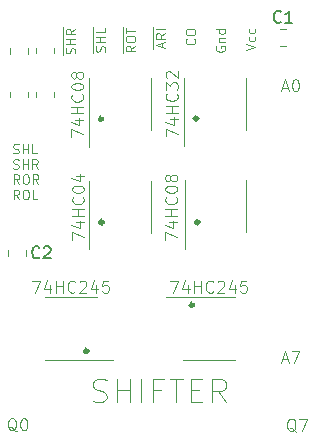
<source format=gbr>
%TF.GenerationSoftware,KiCad,Pcbnew,(6.0.0-0)*%
%TF.CreationDate,2022-01-16T21:32:14-05:00*%
%TF.ProjectId,Shifter-v6,53686966-7465-4722-9d76-362e6b696361,rev?*%
%TF.SameCoordinates,Original*%
%TF.FileFunction,Legend,Top*%
%TF.FilePolarity,Positive*%
%FSLAX46Y46*%
G04 Gerber Fmt 4.6, Leading zero omitted, Abs format (unit mm)*
G04 Created by KiCad (PCBNEW (6.0.0-0)) date 2022-01-16 21:32:14*
%MOMM*%
%LPD*%
G01*
G04 APERTURE LIST*
%ADD10C,0.100000*%
%ADD11C,0.300000*%
%ADD12C,0.150000*%
%ADD13C,0.120000*%
G04 APERTURE END LIST*
D10*
X161217380Y-78091809D02*
X161331666Y-78129904D01*
X161522142Y-78129904D01*
X161598333Y-78091809D01*
X161636428Y-78053714D01*
X161674523Y-77977523D01*
X161674523Y-77901333D01*
X161636428Y-77825142D01*
X161598333Y-77787047D01*
X161522142Y-77748952D01*
X161369761Y-77710857D01*
X161293571Y-77672761D01*
X161255476Y-77634666D01*
X161217380Y-77558476D01*
X161217380Y-77482285D01*
X161255476Y-77406095D01*
X161293571Y-77368000D01*
X161369761Y-77329904D01*
X161560238Y-77329904D01*
X161674523Y-77368000D01*
X162017380Y-78129904D02*
X162017380Y-77329904D01*
X162017380Y-77710857D02*
X162474523Y-77710857D01*
X162474523Y-78129904D02*
X162474523Y-77329904D01*
X163236428Y-78129904D02*
X162855476Y-78129904D01*
X162855476Y-77329904D01*
X161217380Y-79379809D02*
X161331666Y-79417904D01*
X161522142Y-79417904D01*
X161598333Y-79379809D01*
X161636428Y-79341714D01*
X161674523Y-79265523D01*
X161674523Y-79189333D01*
X161636428Y-79113142D01*
X161598333Y-79075047D01*
X161522142Y-79036952D01*
X161369761Y-78998857D01*
X161293571Y-78960761D01*
X161255476Y-78922666D01*
X161217380Y-78846476D01*
X161217380Y-78770285D01*
X161255476Y-78694095D01*
X161293571Y-78656000D01*
X161369761Y-78617904D01*
X161560238Y-78617904D01*
X161674523Y-78656000D01*
X162017380Y-79417904D02*
X162017380Y-78617904D01*
X162017380Y-78998857D02*
X162474523Y-78998857D01*
X162474523Y-79417904D02*
X162474523Y-78617904D01*
X163312619Y-79417904D02*
X163045952Y-79036952D01*
X162855476Y-79417904D02*
X162855476Y-78617904D01*
X163160238Y-78617904D01*
X163236428Y-78656000D01*
X163274523Y-78694095D01*
X163312619Y-78770285D01*
X163312619Y-78884571D01*
X163274523Y-78960761D01*
X163236428Y-78998857D01*
X163160238Y-79036952D01*
X162855476Y-79036952D01*
X161712619Y-80705904D02*
X161445952Y-80324952D01*
X161255476Y-80705904D02*
X161255476Y-79905904D01*
X161560238Y-79905904D01*
X161636428Y-79944000D01*
X161674523Y-79982095D01*
X161712619Y-80058285D01*
X161712619Y-80172571D01*
X161674523Y-80248761D01*
X161636428Y-80286857D01*
X161560238Y-80324952D01*
X161255476Y-80324952D01*
X162207857Y-79905904D02*
X162360238Y-79905904D01*
X162436428Y-79944000D01*
X162512619Y-80020190D01*
X162550714Y-80172571D01*
X162550714Y-80439238D01*
X162512619Y-80591619D01*
X162436428Y-80667809D01*
X162360238Y-80705904D01*
X162207857Y-80705904D01*
X162131666Y-80667809D01*
X162055476Y-80591619D01*
X162017380Y-80439238D01*
X162017380Y-80172571D01*
X162055476Y-80020190D01*
X162131666Y-79944000D01*
X162207857Y-79905904D01*
X163350714Y-80705904D02*
X163084047Y-80324952D01*
X162893571Y-80705904D02*
X162893571Y-79905904D01*
X163198333Y-79905904D01*
X163274523Y-79944000D01*
X163312619Y-79982095D01*
X163350714Y-80058285D01*
X163350714Y-80172571D01*
X163312619Y-80248761D01*
X163274523Y-80286857D01*
X163198333Y-80324952D01*
X162893571Y-80324952D01*
X161712619Y-81993904D02*
X161445952Y-81612952D01*
X161255476Y-81993904D02*
X161255476Y-81193904D01*
X161560238Y-81193904D01*
X161636428Y-81232000D01*
X161674523Y-81270095D01*
X161712619Y-81346285D01*
X161712619Y-81460571D01*
X161674523Y-81536761D01*
X161636428Y-81574857D01*
X161560238Y-81612952D01*
X161255476Y-81612952D01*
X162207857Y-81193904D02*
X162360238Y-81193904D01*
X162436428Y-81232000D01*
X162512619Y-81308190D01*
X162550714Y-81460571D01*
X162550714Y-81727238D01*
X162512619Y-81879619D01*
X162436428Y-81955809D01*
X162360238Y-81993904D01*
X162207857Y-81993904D01*
X162131666Y-81955809D01*
X162055476Y-81879619D01*
X162017380Y-81727238D01*
X162017380Y-81460571D01*
X162055476Y-81308190D01*
X162131666Y-81232000D01*
X162207857Y-81193904D01*
X163274523Y-81993904D02*
X162893571Y-81993904D01*
X162893571Y-81193904D01*
D11*
X168850000Y-83950000D02*
G75*
G03*
X168850000Y-83950000I-150000J0D01*
G01*
D10*
X180901904Y-69395952D02*
X181701904Y-69129285D01*
X180901904Y-68862619D01*
X181663809Y-68253095D02*
X181701904Y-68329285D01*
X181701904Y-68481666D01*
X181663809Y-68557857D01*
X181625714Y-68595952D01*
X181549523Y-68634047D01*
X181320952Y-68634047D01*
X181244761Y-68595952D01*
X181206666Y-68557857D01*
X181168571Y-68481666D01*
X181168571Y-68329285D01*
X181206666Y-68253095D01*
X181663809Y-67567380D02*
X181701904Y-67643571D01*
X181701904Y-67795952D01*
X181663809Y-67872142D01*
X181625714Y-67910238D01*
X181549523Y-67948333D01*
X181320952Y-67948333D01*
X181244761Y-67910238D01*
X181206666Y-67872142D01*
X181168571Y-67795952D01*
X181168571Y-67643571D01*
X181206666Y-67567380D01*
X178400000Y-69053095D02*
X178361904Y-69129285D01*
X178361904Y-69243571D01*
X178400000Y-69357857D01*
X178476190Y-69434047D01*
X178552380Y-69472142D01*
X178704761Y-69510238D01*
X178819047Y-69510238D01*
X178971428Y-69472142D01*
X179047619Y-69434047D01*
X179123809Y-69357857D01*
X179161904Y-69243571D01*
X179161904Y-69167380D01*
X179123809Y-69053095D01*
X179085714Y-69015000D01*
X178819047Y-69015000D01*
X178819047Y-69167380D01*
X178628571Y-68672142D02*
X179161904Y-68672142D01*
X178704761Y-68672142D02*
X178666666Y-68634047D01*
X178628571Y-68557857D01*
X178628571Y-68443571D01*
X178666666Y-68367380D01*
X178742857Y-68329285D01*
X179161904Y-68329285D01*
X179161904Y-67605476D02*
X178361904Y-67605476D01*
X179123809Y-67605476D02*
X179161904Y-67681666D01*
X179161904Y-67834047D01*
X179123809Y-67910238D01*
X179085714Y-67948333D01*
X179009523Y-67986428D01*
X178780952Y-67986428D01*
X178704761Y-67948333D01*
X178666666Y-67910238D01*
X178628571Y-67834047D01*
X178628571Y-67681666D01*
X178666666Y-67605476D01*
X176545714Y-68405476D02*
X176583809Y-68443571D01*
X176621904Y-68557857D01*
X176621904Y-68634047D01*
X176583809Y-68748333D01*
X176507619Y-68824523D01*
X176431428Y-68862619D01*
X176279047Y-68900714D01*
X176164761Y-68900714D01*
X176012380Y-68862619D01*
X175936190Y-68824523D01*
X175860000Y-68748333D01*
X175821904Y-68634047D01*
X175821904Y-68557857D01*
X175860000Y-68443571D01*
X175898095Y-68405476D01*
X175821904Y-67910238D02*
X175821904Y-67757857D01*
X175860000Y-67681666D01*
X175936190Y-67605476D01*
X176088571Y-67567380D01*
X176355238Y-67567380D01*
X176507619Y-67605476D01*
X176583809Y-67681666D01*
X176621904Y-67757857D01*
X176621904Y-67910238D01*
X176583809Y-67986428D01*
X176507619Y-68062619D01*
X176355238Y-68100714D01*
X176088571Y-68100714D01*
X175936190Y-68062619D01*
X175860000Y-67986428D01*
X175821904Y-67910238D01*
X173056000Y-69281666D02*
X173056000Y-68595952D01*
X173853333Y-69129285D02*
X173853333Y-68748333D01*
X174081904Y-69205476D02*
X173281904Y-68938809D01*
X174081904Y-68672142D01*
X173056000Y-68595952D02*
X173056000Y-67795952D01*
X174081904Y-67948333D02*
X173700952Y-68215000D01*
X174081904Y-68405476D02*
X173281904Y-68405476D01*
X173281904Y-68100714D01*
X173320000Y-68024523D01*
X173358095Y-67986428D01*
X173434285Y-67948333D01*
X173548571Y-67948333D01*
X173624761Y-67986428D01*
X173662857Y-68024523D01*
X173700952Y-68100714D01*
X173700952Y-68405476D01*
X173056000Y-67795952D02*
X173056000Y-67415000D01*
X174081904Y-67605476D02*
X173281904Y-67605476D01*
X170516000Y-69662619D02*
X170516000Y-68862619D01*
X171541904Y-69015000D02*
X171160952Y-69281666D01*
X171541904Y-69472142D02*
X170741904Y-69472142D01*
X170741904Y-69167380D01*
X170780000Y-69091190D01*
X170818095Y-69053095D01*
X170894285Y-69015000D01*
X171008571Y-69015000D01*
X171084761Y-69053095D01*
X171122857Y-69091190D01*
X171160952Y-69167380D01*
X171160952Y-69472142D01*
X170516000Y-68862619D02*
X170516000Y-68024523D01*
X170741904Y-68519761D02*
X170741904Y-68367380D01*
X170780000Y-68291190D01*
X170856190Y-68215000D01*
X171008571Y-68176904D01*
X171275238Y-68176904D01*
X171427619Y-68215000D01*
X171503809Y-68291190D01*
X171541904Y-68367380D01*
X171541904Y-68519761D01*
X171503809Y-68595952D01*
X171427619Y-68672142D01*
X171275238Y-68710238D01*
X171008571Y-68710238D01*
X170856190Y-68672142D01*
X170780000Y-68595952D01*
X170741904Y-68519761D01*
X170516000Y-68024523D02*
X170516000Y-67415000D01*
X170741904Y-67948333D02*
X170741904Y-67491190D01*
X171541904Y-67719761D02*
X170741904Y-67719761D01*
X167976000Y-69662619D02*
X167976000Y-68900714D01*
X168963809Y-69510238D02*
X169001904Y-69395952D01*
X169001904Y-69205476D01*
X168963809Y-69129285D01*
X168925714Y-69091190D01*
X168849523Y-69053095D01*
X168773333Y-69053095D01*
X168697142Y-69091190D01*
X168659047Y-69129285D01*
X168620952Y-69205476D01*
X168582857Y-69357857D01*
X168544761Y-69434047D01*
X168506666Y-69472142D01*
X168430476Y-69510238D01*
X168354285Y-69510238D01*
X168278095Y-69472142D01*
X168240000Y-69434047D01*
X168201904Y-69357857D01*
X168201904Y-69167380D01*
X168240000Y-69053095D01*
X167976000Y-68900714D02*
X167976000Y-68062619D01*
X169001904Y-68710238D02*
X168201904Y-68710238D01*
X168582857Y-68710238D02*
X168582857Y-68253095D01*
X169001904Y-68253095D02*
X168201904Y-68253095D01*
X167976000Y-68062619D02*
X167976000Y-67415000D01*
X169001904Y-67491190D02*
X169001904Y-67872142D01*
X168201904Y-67872142D01*
X165436000Y-69815000D02*
X165436000Y-69053095D01*
X166423809Y-69662619D02*
X166461904Y-69548333D01*
X166461904Y-69357857D01*
X166423809Y-69281666D01*
X166385714Y-69243571D01*
X166309523Y-69205476D01*
X166233333Y-69205476D01*
X166157142Y-69243571D01*
X166119047Y-69281666D01*
X166080952Y-69357857D01*
X166042857Y-69510238D01*
X166004761Y-69586428D01*
X165966666Y-69624523D01*
X165890476Y-69662619D01*
X165814285Y-69662619D01*
X165738095Y-69624523D01*
X165700000Y-69586428D01*
X165661904Y-69510238D01*
X165661904Y-69319761D01*
X165700000Y-69205476D01*
X165436000Y-69053095D02*
X165436000Y-68215000D01*
X166461904Y-68862619D02*
X165661904Y-68862619D01*
X166042857Y-68862619D02*
X166042857Y-68405476D01*
X166461904Y-68405476D02*
X165661904Y-68405476D01*
X165436000Y-68215000D02*
X165436000Y-67415000D01*
X166461904Y-67567380D02*
X166080952Y-67834047D01*
X166461904Y-68024523D02*
X165661904Y-68024523D01*
X165661904Y-67719761D01*
X165700000Y-67643571D01*
X165738095Y-67605476D01*
X165814285Y-67567380D01*
X165928571Y-67567380D01*
X166004761Y-67605476D01*
X166042857Y-67643571D01*
X166080952Y-67719761D01*
X166080952Y-68024523D01*
D11*
X176850000Y-75150000D02*
G75*
G03*
X176850000Y-75150000I-150000J0D01*
G01*
X168800000Y-75200000D02*
G75*
G03*
X168800000Y-75200000I-150000J0D01*
G01*
X176950000Y-83950000D02*
G75*
G03*
X176950000Y-83950000I-150000J0D01*
G01*
X176500000Y-90950000D02*
G75*
G03*
X176500000Y-90950000I-150000J0D01*
G01*
X167550000Y-94850000D02*
G75*
G03*
X167550000Y-94850000I-150000J0D01*
G01*
D10*
X161504761Y-101647619D02*
X161409523Y-101600000D01*
X161314285Y-101504761D01*
X161171428Y-101361904D01*
X161076190Y-101314285D01*
X160980952Y-101314285D01*
X161028571Y-101552380D02*
X160933333Y-101504761D01*
X160838095Y-101409523D01*
X160790476Y-101219047D01*
X160790476Y-100885714D01*
X160838095Y-100695238D01*
X160933333Y-100600000D01*
X161028571Y-100552380D01*
X161219047Y-100552380D01*
X161314285Y-100600000D01*
X161409523Y-100695238D01*
X161457142Y-100885714D01*
X161457142Y-101219047D01*
X161409523Y-101409523D01*
X161314285Y-101504761D01*
X161219047Y-101552380D01*
X161028571Y-101552380D01*
X162076190Y-100552380D02*
X162171428Y-100552380D01*
X162266666Y-100600000D01*
X162314285Y-100647619D01*
X162361904Y-100742857D01*
X162409523Y-100933333D01*
X162409523Y-101171428D01*
X162361904Y-101361904D01*
X162314285Y-101457142D01*
X162266666Y-101504761D01*
X162171428Y-101552380D01*
X162076190Y-101552380D01*
X161980952Y-101504761D01*
X161933333Y-101457142D01*
X161885714Y-101361904D01*
X161838095Y-101171428D01*
X161838095Y-100933333D01*
X161885714Y-100742857D01*
X161933333Y-100647619D01*
X161980952Y-100600000D01*
X162076190Y-100552380D01*
X185154761Y-101697619D02*
X185059523Y-101650000D01*
X184964285Y-101554761D01*
X184821428Y-101411904D01*
X184726190Y-101364285D01*
X184630952Y-101364285D01*
X184678571Y-101602380D02*
X184583333Y-101554761D01*
X184488095Y-101459523D01*
X184440476Y-101269047D01*
X184440476Y-100935714D01*
X184488095Y-100745238D01*
X184583333Y-100650000D01*
X184678571Y-100602380D01*
X184869047Y-100602380D01*
X184964285Y-100650000D01*
X185059523Y-100745238D01*
X185107142Y-100935714D01*
X185107142Y-101269047D01*
X185059523Y-101459523D01*
X184964285Y-101554761D01*
X184869047Y-101602380D01*
X184678571Y-101602380D01*
X185440476Y-100602380D02*
X186107142Y-100602380D01*
X185678571Y-101602380D01*
X183985714Y-95566666D02*
X184461904Y-95566666D01*
X183890476Y-95852380D02*
X184223809Y-94852380D01*
X184557142Y-95852380D01*
X184795238Y-94852380D02*
X185461904Y-94852380D01*
X185033333Y-95852380D01*
X183985714Y-72566666D02*
X184461904Y-72566666D01*
X183890476Y-72852380D02*
X184223809Y-71852380D01*
X184557142Y-72852380D01*
X185080952Y-71852380D02*
X185176190Y-71852380D01*
X185271428Y-71900000D01*
X185319047Y-71947619D01*
X185366666Y-72042857D01*
X185414285Y-72233333D01*
X185414285Y-72471428D01*
X185366666Y-72661904D01*
X185319047Y-72757142D01*
X185271428Y-72804761D01*
X185176190Y-72852380D01*
X185080952Y-72852380D01*
X184985714Y-72804761D01*
X184938095Y-72757142D01*
X184890476Y-72661904D01*
X184842857Y-72471428D01*
X184842857Y-72233333D01*
X184890476Y-72042857D01*
X184938095Y-71947619D01*
X184985714Y-71900000D01*
X185080952Y-71852380D01*
X167980952Y-99109523D02*
X168266666Y-99204761D01*
X168742857Y-99204761D01*
X168933333Y-99109523D01*
X169028571Y-99014285D01*
X169123809Y-98823809D01*
X169123809Y-98633333D01*
X169028571Y-98442857D01*
X168933333Y-98347619D01*
X168742857Y-98252380D01*
X168361904Y-98157142D01*
X168171428Y-98061904D01*
X168076190Y-97966666D01*
X167980952Y-97776190D01*
X167980952Y-97585714D01*
X168076190Y-97395238D01*
X168171428Y-97300000D01*
X168361904Y-97204761D01*
X168838095Y-97204761D01*
X169123809Y-97300000D01*
X169980952Y-99204761D02*
X169980952Y-97204761D01*
X169980952Y-98157142D02*
X171123809Y-98157142D01*
X171123809Y-99204761D02*
X171123809Y-97204761D01*
X172076190Y-99204761D02*
X172076190Y-97204761D01*
X173695238Y-98157142D02*
X173028571Y-98157142D01*
X173028571Y-99204761D02*
X173028571Y-97204761D01*
X173980952Y-97204761D01*
X174457142Y-97204761D02*
X175600000Y-97204761D01*
X175028571Y-99204761D02*
X175028571Y-97204761D01*
X176266666Y-98157142D02*
X176933333Y-98157142D01*
X177219047Y-99204761D02*
X176266666Y-99204761D01*
X176266666Y-97204761D01*
X177219047Y-97204761D01*
X179219047Y-99204761D02*
X178552380Y-98252380D01*
X178076190Y-99204761D02*
X178076190Y-97204761D01*
X178838095Y-97204761D01*
X179028571Y-97300000D01*
X179123809Y-97395238D01*
X179219047Y-97585714D01*
X179219047Y-97871428D01*
X179123809Y-98061904D01*
X179028571Y-98157142D01*
X178838095Y-98252380D01*
X178076190Y-98252380D01*
D12*
%TO.C,C2*%
X163433333Y-86907142D02*
X163385714Y-86954761D01*
X163242857Y-87002380D01*
X163147619Y-87002380D01*
X163004761Y-86954761D01*
X162909523Y-86859523D01*
X162861904Y-86764285D01*
X162814285Y-86573809D01*
X162814285Y-86430952D01*
X162861904Y-86240476D01*
X162909523Y-86145238D01*
X163004761Y-86050000D01*
X163147619Y-86002380D01*
X163242857Y-86002380D01*
X163385714Y-86050000D01*
X163433333Y-86097619D01*
X163814285Y-86097619D02*
X163861904Y-86050000D01*
X163957142Y-86002380D01*
X164195238Y-86002380D01*
X164290476Y-86050000D01*
X164338095Y-86097619D01*
X164385714Y-86192857D01*
X164385714Y-86288095D01*
X164338095Y-86430952D01*
X163766666Y-87002380D01*
X164385714Y-87002380D01*
%TO.C,C1*%
X183883333Y-66957142D02*
X183835714Y-67004761D01*
X183692857Y-67052380D01*
X183597619Y-67052380D01*
X183454761Y-67004761D01*
X183359523Y-66909523D01*
X183311904Y-66814285D01*
X183264285Y-66623809D01*
X183264285Y-66480952D01*
X183311904Y-66290476D01*
X183359523Y-66195238D01*
X183454761Y-66100000D01*
X183597619Y-66052380D01*
X183692857Y-66052380D01*
X183835714Y-66100000D01*
X183883333Y-66147619D01*
X184835714Y-67052380D02*
X184264285Y-67052380D01*
X184550000Y-67052380D02*
X184550000Y-66052380D01*
X184454761Y-66195238D01*
X184359523Y-66290476D01*
X184264285Y-66338095D01*
D10*
%TO.C,U6*%
X174538095Y-88902380D02*
X175204761Y-88902380D01*
X174776190Y-89902380D01*
X176014285Y-89235714D02*
X176014285Y-89902380D01*
X175776190Y-88854761D02*
X175538095Y-89569047D01*
X176157142Y-89569047D01*
X176538095Y-89902380D02*
X176538095Y-88902380D01*
X176538095Y-89378571D02*
X177109523Y-89378571D01*
X177109523Y-89902380D02*
X177109523Y-88902380D01*
X178157142Y-89807142D02*
X178109523Y-89854761D01*
X177966666Y-89902380D01*
X177871428Y-89902380D01*
X177728571Y-89854761D01*
X177633333Y-89759523D01*
X177585714Y-89664285D01*
X177538095Y-89473809D01*
X177538095Y-89330952D01*
X177585714Y-89140476D01*
X177633333Y-89045238D01*
X177728571Y-88950000D01*
X177871428Y-88902380D01*
X177966666Y-88902380D01*
X178109523Y-88950000D01*
X178157142Y-88997619D01*
X178538095Y-88997619D02*
X178585714Y-88950000D01*
X178680952Y-88902380D01*
X178919047Y-88902380D01*
X179014285Y-88950000D01*
X179061904Y-88997619D01*
X179109523Y-89092857D01*
X179109523Y-89188095D01*
X179061904Y-89330952D01*
X178490476Y-89902380D01*
X179109523Y-89902380D01*
X179966666Y-89235714D02*
X179966666Y-89902380D01*
X179728571Y-88854761D02*
X179490476Y-89569047D01*
X180109523Y-89569047D01*
X180966666Y-88902380D02*
X180490476Y-88902380D01*
X180442857Y-89378571D01*
X180490476Y-89330952D01*
X180585714Y-89283333D01*
X180823809Y-89283333D01*
X180919047Y-89330952D01*
X180966666Y-89378571D01*
X181014285Y-89473809D01*
X181014285Y-89711904D01*
X180966666Y-89807142D01*
X180919047Y-89854761D01*
X180823809Y-89902380D01*
X180585714Y-89902380D01*
X180490476Y-89854761D01*
X180442857Y-89807142D01*
%TO.C,U5*%
X162838095Y-88902380D02*
X163504761Y-88902380D01*
X163076190Y-89902380D01*
X164314285Y-89235714D02*
X164314285Y-89902380D01*
X164076190Y-88854761D02*
X163838095Y-89569047D01*
X164457142Y-89569047D01*
X164838095Y-89902380D02*
X164838095Y-88902380D01*
X164838095Y-89378571D02*
X165409523Y-89378571D01*
X165409523Y-89902380D02*
X165409523Y-88902380D01*
X166457142Y-89807142D02*
X166409523Y-89854761D01*
X166266666Y-89902380D01*
X166171428Y-89902380D01*
X166028571Y-89854761D01*
X165933333Y-89759523D01*
X165885714Y-89664285D01*
X165838095Y-89473809D01*
X165838095Y-89330952D01*
X165885714Y-89140476D01*
X165933333Y-89045238D01*
X166028571Y-88950000D01*
X166171428Y-88902380D01*
X166266666Y-88902380D01*
X166409523Y-88950000D01*
X166457142Y-88997619D01*
X166838095Y-88997619D02*
X166885714Y-88950000D01*
X166980952Y-88902380D01*
X167219047Y-88902380D01*
X167314285Y-88950000D01*
X167361904Y-88997619D01*
X167409523Y-89092857D01*
X167409523Y-89188095D01*
X167361904Y-89330952D01*
X166790476Y-89902380D01*
X167409523Y-89902380D01*
X168266666Y-89235714D02*
X168266666Y-89902380D01*
X168028571Y-88854761D02*
X167790476Y-89569047D01*
X168409523Y-89569047D01*
X169266666Y-88902380D02*
X168790476Y-88902380D01*
X168742857Y-89378571D01*
X168790476Y-89330952D01*
X168885714Y-89283333D01*
X169123809Y-89283333D01*
X169219047Y-89330952D01*
X169266666Y-89378571D01*
X169314285Y-89473809D01*
X169314285Y-89711904D01*
X169266666Y-89807142D01*
X169219047Y-89854761D01*
X169123809Y-89902380D01*
X168885714Y-89902380D01*
X168790476Y-89854761D01*
X168742857Y-89807142D01*
%TO.C,U4*%
X174152380Y-76685714D02*
X174152380Y-76019047D01*
X175152380Y-76447619D01*
X174485714Y-75209523D02*
X175152380Y-75209523D01*
X174104761Y-75447619D02*
X174819047Y-75685714D01*
X174819047Y-75066666D01*
X175152380Y-74685714D02*
X174152380Y-74685714D01*
X174628571Y-74685714D02*
X174628571Y-74114285D01*
X175152380Y-74114285D02*
X174152380Y-74114285D01*
X175057142Y-73066666D02*
X175104761Y-73114285D01*
X175152380Y-73257142D01*
X175152380Y-73352380D01*
X175104761Y-73495238D01*
X175009523Y-73590476D01*
X174914285Y-73638095D01*
X174723809Y-73685714D01*
X174580952Y-73685714D01*
X174390476Y-73638095D01*
X174295238Y-73590476D01*
X174200000Y-73495238D01*
X174152380Y-73352380D01*
X174152380Y-73257142D01*
X174200000Y-73114285D01*
X174247619Y-73066666D01*
X174152380Y-72733333D02*
X174152380Y-72114285D01*
X174533333Y-72447619D01*
X174533333Y-72304761D01*
X174580952Y-72209523D01*
X174628571Y-72161904D01*
X174723809Y-72114285D01*
X174961904Y-72114285D01*
X175057142Y-72161904D01*
X175104761Y-72209523D01*
X175152380Y-72304761D01*
X175152380Y-72590476D01*
X175104761Y-72685714D01*
X175057142Y-72733333D01*
X174247619Y-71733333D02*
X174200000Y-71685714D01*
X174152380Y-71590476D01*
X174152380Y-71352380D01*
X174200000Y-71257142D01*
X174247619Y-71209523D01*
X174342857Y-71161904D01*
X174438095Y-71161904D01*
X174580952Y-71209523D01*
X175152380Y-71780952D01*
X175152380Y-71161904D01*
%TO.C,U3*%
X174102380Y-85435714D02*
X174102380Y-84769047D01*
X175102380Y-85197619D01*
X174435714Y-83959523D02*
X175102380Y-83959523D01*
X174054761Y-84197619D02*
X174769047Y-84435714D01*
X174769047Y-83816666D01*
X175102380Y-83435714D02*
X174102380Y-83435714D01*
X174578571Y-83435714D02*
X174578571Y-82864285D01*
X175102380Y-82864285D02*
X174102380Y-82864285D01*
X175007142Y-81816666D02*
X175054761Y-81864285D01*
X175102380Y-82007142D01*
X175102380Y-82102380D01*
X175054761Y-82245238D01*
X174959523Y-82340476D01*
X174864285Y-82388095D01*
X174673809Y-82435714D01*
X174530952Y-82435714D01*
X174340476Y-82388095D01*
X174245238Y-82340476D01*
X174150000Y-82245238D01*
X174102380Y-82102380D01*
X174102380Y-82007142D01*
X174150000Y-81864285D01*
X174197619Y-81816666D01*
X174102380Y-81197619D02*
X174102380Y-81102380D01*
X174150000Y-81007142D01*
X174197619Y-80959523D01*
X174292857Y-80911904D01*
X174483333Y-80864285D01*
X174721428Y-80864285D01*
X174911904Y-80911904D01*
X175007142Y-80959523D01*
X175054761Y-81007142D01*
X175102380Y-81102380D01*
X175102380Y-81197619D01*
X175054761Y-81292857D01*
X175007142Y-81340476D01*
X174911904Y-81388095D01*
X174721428Y-81435714D01*
X174483333Y-81435714D01*
X174292857Y-81388095D01*
X174197619Y-81340476D01*
X174150000Y-81292857D01*
X174102380Y-81197619D01*
X174530952Y-80292857D02*
X174483333Y-80388095D01*
X174435714Y-80435714D01*
X174340476Y-80483333D01*
X174292857Y-80483333D01*
X174197619Y-80435714D01*
X174150000Y-80388095D01*
X174102380Y-80292857D01*
X174102380Y-80102380D01*
X174150000Y-80007142D01*
X174197619Y-79959523D01*
X174292857Y-79911904D01*
X174340476Y-79911904D01*
X174435714Y-79959523D01*
X174483333Y-80007142D01*
X174530952Y-80102380D01*
X174530952Y-80292857D01*
X174578571Y-80388095D01*
X174626190Y-80435714D01*
X174721428Y-80483333D01*
X174911904Y-80483333D01*
X175007142Y-80435714D01*
X175054761Y-80388095D01*
X175102380Y-80292857D01*
X175102380Y-80102380D01*
X175054761Y-80007142D01*
X175007142Y-79959523D01*
X174911904Y-79911904D01*
X174721428Y-79911904D01*
X174626190Y-79959523D01*
X174578571Y-80007142D01*
X174530952Y-80102380D01*
%TO.C,U2*%
X166202380Y-85435714D02*
X166202380Y-84769047D01*
X167202380Y-85197619D01*
X166535714Y-83959523D02*
X167202380Y-83959523D01*
X166154761Y-84197619D02*
X166869047Y-84435714D01*
X166869047Y-83816666D01*
X167202380Y-83435714D02*
X166202380Y-83435714D01*
X166678571Y-83435714D02*
X166678571Y-82864285D01*
X167202380Y-82864285D02*
X166202380Y-82864285D01*
X167107142Y-81816666D02*
X167154761Y-81864285D01*
X167202380Y-82007142D01*
X167202380Y-82102380D01*
X167154761Y-82245238D01*
X167059523Y-82340476D01*
X166964285Y-82388095D01*
X166773809Y-82435714D01*
X166630952Y-82435714D01*
X166440476Y-82388095D01*
X166345238Y-82340476D01*
X166250000Y-82245238D01*
X166202380Y-82102380D01*
X166202380Y-82007142D01*
X166250000Y-81864285D01*
X166297619Y-81816666D01*
X166202380Y-81197619D02*
X166202380Y-81102380D01*
X166250000Y-81007142D01*
X166297619Y-80959523D01*
X166392857Y-80911904D01*
X166583333Y-80864285D01*
X166821428Y-80864285D01*
X167011904Y-80911904D01*
X167107142Y-80959523D01*
X167154761Y-81007142D01*
X167202380Y-81102380D01*
X167202380Y-81197619D01*
X167154761Y-81292857D01*
X167107142Y-81340476D01*
X167011904Y-81388095D01*
X166821428Y-81435714D01*
X166583333Y-81435714D01*
X166392857Y-81388095D01*
X166297619Y-81340476D01*
X166250000Y-81292857D01*
X166202380Y-81197619D01*
X166535714Y-80007142D02*
X167202380Y-80007142D01*
X166154761Y-80245238D02*
X166869047Y-80483333D01*
X166869047Y-79864285D01*
%TO.C,U1*%
X166152380Y-76735714D02*
X166152380Y-76069047D01*
X167152380Y-76497619D01*
X166485714Y-75259523D02*
X167152380Y-75259523D01*
X166104761Y-75497619D02*
X166819047Y-75735714D01*
X166819047Y-75116666D01*
X167152380Y-74735714D02*
X166152380Y-74735714D01*
X166628571Y-74735714D02*
X166628571Y-74164285D01*
X167152380Y-74164285D02*
X166152380Y-74164285D01*
X167057142Y-73116666D02*
X167104761Y-73164285D01*
X167152380Y-73307142D01*
X167152380Y-73402380D01*
X167104761Y-73545238D01*
X167009523Y-73640476D01*
X166914285Y-73688095D01*
X166723809Y-73735714D01*
X166580952Y-73735714D01*
X166390476Y-73688095D01*
X166295238Y-73640476D01*
X166200000Y-73545238D01*
X166152380Y-73402380D01*
X166152380Y-73307142D01*
X166200000Y-73164285D01*
X166247619Y-73116666D01*
X166152380Y-72497619D02*
X166152380Y-72402380D01*
X166200000Y-72307142D01*
X166247619Y-72259523D01*
X166342857Y-72211904D01*
X166533333Y-72164285D01*
X166771428Y-72164285D01*
X166961904Y-72211904D01*
X167057142Y-72259523D01*
X167104761Y-72307142D01*
X167152380Y-72402380D01*
X167152380Y-72497619D01*
X167104761Y-72592857D01*
X167057142Y-72640476D01*
X166961904Y-72688095D01*
X166771428Y-72735714D01*
X166533333Y-72735714D01*
X166342857Y-72688095D01*
X166247619Y-72640476D01*
X166200000Y-72592857D01*
X166152380Y-72497619D01*
X166580952Y-71592857D02*
X166533333Y-71688095D01*
X166485714Y-71735714D01*
X166390476Y-71783333D01*
X166342857Y-71783333D01*
X166247619Y-71735714D01*
X166200000Y-71688095D01*
X166152380Y-71592857D01*
X166152380Y-71402380D01*
X166200000Y-71307142D01*
X166247619Y-71259523D01*
X166342857Y-71211904D01*
X166390476Y-71211904D01*
X166485714Y-71259523D01*
X166533333Y-71307142D01*
X166580952Y-71402380D01*
X166580952Y-71592857D01*
X166628571Y-71688095D01*
X166676190Y-71735714D01*
X166771428Y-71783333D01*
X166961904Y-71783333D01*
X167057142Y-71735714D01*
X167104761Y-71688095D01*
X167152380Y-71592857D01*
X167152380Y-71402380D01*
X167104761Y-71307142D01*
X167057142Y-71259523D01*
X166961904Y-71211904D01*
X166771428Y-71211904D01*
X166676190Y-71259523D01*
X166628571Y-71307142D01*
X166580952Y-71402380D01*
D13*
%TO.C,C2*%
X162285000Y-86288748D02*
X162285000Y-86811252D01*
X160815000Y-86288748D02*
X160815000Y-86811252D01*
%TO.C,C1*%
X183788748Y-69035000D02*
X184311252Y-69035000D01*
X183788748Y-67565000D02*
X184311252Y-67565000D01*
%TO.C,R13*%
X164635000Y-72910436D02*
X164635000Y-73364564D01*
X163165000Y-72910436D02*
X163165000Y-73364564D01*
%TO.C,R12*%
X162435000Y-69222936D02*
X162435000Y-69677064D01*
X160965000Y-69222936D02*
X160965000Y-69677064D01*
%TO.C,R11*%
X164635000Y-69210436D02*
X164635000Y-69664564D01*
X163165000Y-69210436D02*
X163165000Y-69664564D01*
%TO.C,R10*%
X162435000Y-72922936D02*
X162435000Y-73377064D01*
X160965000Y-72922936D02*
X160965000Y-73377064D01*
%TO.C,U6*%
X177800000Y-90290000D02*
X174200000Y-90290000D01*
X177800000Y-90290000D02*
X180000000Y-90290000D01*
X177800000Y-95610000D02*
X175600000Y-95610000D01*
X177800000Y-95610000D02*
X180000000Y-95610000D01*
%TO.C,U5*%
X166100000Y-90290000D02*
X163900000Y-90290000D01*
X166100000Y-90290000D02*
X168300000Y-90290000D01*
X166100000Y-95610000D02*
X163900000Y-95610000D01*
X166100000Y-95610000D02*
X169700000Y-95610000D01*
%TO.C,U4*%
X175690000Y-73900000D02*
X175690000Y-77500000D01*
X175690000Y-73900000D02*
X175690000Y-71700000D01*
X180910000Y-73900000D02*
X180910000Y-76100000D01*
X180910000Y-73900000D02*
X180910000Y-71700000D01*
%TO.C,U3*%
X175740000Y-82600000D02*
X175740000Y-86200000D01*
X175740000Y-82600000D02*
X175740000Y-80400000D01*
X180960000Y-82600000D02*
X180960000Y-84800000D01*
X180960000Y-82600000D02*
X180960000Y-80400000D01*
%TO.C,U2*%
X172860000Y-82650000D02*
X172860000Y-80450000D01*
X172860000Y-82650000D02*
X172860000Y-84850000D01*
X167640000Y-82650000D02*
X167640000Y-80450000D01*
X167640000Y-82650000D02*
X167640000Y-86250000D01*
%TO.C,U1*%
X172860000Y-73950000D02*
X172860000Y-71750000D01*
X172860000Y-73950000D02*
X172860000Y-76150000D01*
X167640000Y-73950000D02*
X167640000Y-71750000D01*
X167640000Y-73950000D02*
X167640000Y-77550000D01*
%TD*%
M02*

</source>
